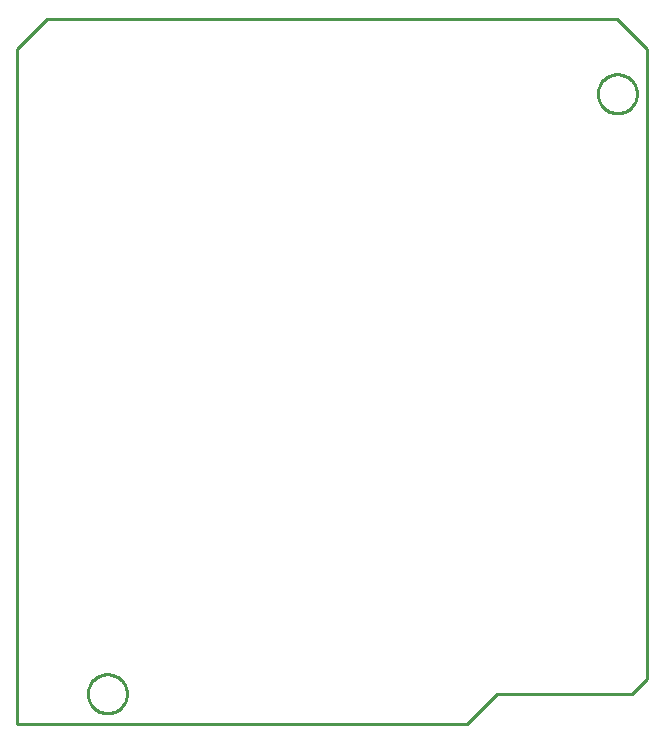
<source format=gbr>
G04 EAGLE Gerber RS-274X export*
G75*
%MOMM*%
%FSLAX34Y34*%
%LPD*%
%IN*%
%IPPOS*%
%AMOC8*
5,1,8,0,0,1.08239X$1,22.5*%
G01*
%ADD10C,0.254000*%


D10*
X0Y0D02*
X381000Y0D01*
X406400Y25400D01*
X520700Y25400D01*
X533400Y38100D01*
X533400Y571500D01*
X508000Y596900D01*
X25400Y596900D01*
X0Y571500D01*
X0Y25400D01*
X0Y0D01*
X59690Y25940D02*
X59761Y27019D01*
X59902Y28091D01*
X60113Y29151D01*
X60392Y30195D01*
X60740Y31219D01*
X61154Y32217D01*
X61632Y33187D01*
X62172Y34123D01*
X62773Y35022D01*
X63431Y35879D01*
X64144Y36692D01*
X64908Y37457D01*
X65721Y38169D01*
X66578Y38827D01*
X67477Y39428D01*
X68413Y39968D01*
X69383Y40446D01*
X70381Y40860D01*
X71405Y41208D01*
X72449Y41487D01*
X73509Y41698D01*
X74581Y41839D01*
X75660Y41910D01*
X76740Y41910D01*
X77819Y41839D01*
X78891Y41698D01*
X79951Y41487D01*
X80995Y41208D01*
X82019Y40860D01*
X83017Y40446D01*
X83987Y39968D01*
X84923Y39428D01*
X85822Y38827D01*
X86679Y38169D01*
X87492Y37457D01*
X88257Y36692D01*
X88969Y35879D01*
X89627Y35022D01*
X90228Y34123D01*
X90768Y33187D01*
X91246Y32217D01*
X91660Y31219D01*
X92008Y30195D01*
X92287Y29151D01*
X92498Y28091D01*
X92639Y27019D01*
X92710Y25940D01*
X92710Y24860D01*
X92639Y23781D01*
X92498Y22709D01*
X92287Y21649D01*
X92008Y20605D01*
X91660Y19581D01*
X91246Y18583D01*
X90768Y17613D01*
X90228Y16677D01*
X89627Y15778D01*
X88969Y14921D01*
X88257Y14108D01*
X87492Y13344D01*
X86679Y12631D01*
X85822Y11973D01*
X84923Y11372D01*
X83987Y10832D01*
X83017Y10354D01*
X82019Y9940D01*
X80995Y9592D01*
X79951Y9313D01*
X78891Y9102D01*
X77819Y8961D01*
X76740Y8890D01*
X75660Y8890D01*
X74581Y8961D01*
X73509Y9102D01*
X72449Y9313D01*
X71405Y9592D01*
X70381Y9940D01*
X69383Y10354D01*
X68413Y10832D01*
X67477Y11372D01*
X66578Y11973D01*
X65721Y12631D01*
X64908Y13344D01*
X64144Y14108D01*
X63431Y14921D01*
X62773Y15778D01*
X62172Y16677D01*
X61632Y17613D01*
X61154Y18583D01*
X60740Y19581D01*
X60392Y20605D01*
X60113Y21649D01*
X59902Y22709D01*
X59761Y23781D01*
X59690Y24860D01*
X59690Y25940D01*
X491490Y533940D02*
X491561Y535019D01*
X491702Y536091D01*
X491913Y537151D01*
X492192Y538195D01*
X492540Y539219D01*
X492954Y540217D01*
X493432Y541187D01*
X493972Y542123D01*
X494573Y543022D01*
X495231Y543879D01*
X495944Y544692D01*
X496708Y545457D01*
X497521Y546169D01*
X498378Y546827D01*
X499277Y547428D01*
X500213Y547968D01*
X501183Y548446D01*
X502181Y548860D01*
X503205Y549208D01*
X504249Y549487D01*
X505309Y549698D01*
X506381Y549839D01*
X507460Y549910D01*
X508540Y549910D01*
X509619Y549839D01*
X510691Y549698D01*
X511751Y549487D01*
X512795Y549208D01*
X513819Y548860D01*
X514817Y548446D01*
X515787Y547968D01*
X516723Y547428D01*
X517622Y546827D01*
X518479Y546169D01*
X519292Y545457D01*
X520057Y544692D01*
X520769Y543879D01*
X521427Y543022D01*
X522028Y542123D01*
X522568Y541187D01*
X523046Y540217D01*
X523460Y539219D01*
X523808Y538195D01*
X524087Y537151D01*
X524298Y536091D01*
X524439Y535019D01*
X524510Y533940D01*
X524510Y532860D01*
X524439Y531781D01*
X524298Y530709D01*
X524087Y529649D01*
X523808Y528605D01*
X523460Y527581D01*
X523046Y526583D01*
X522568Y525613D01*
X522028Y524677D01*
X521427Y523778D01*
X520769Y522921D01*
X520057Y522108D01*
X519292Y521344D01*
X518479Y520631D01*
X517622Y519973D01*
X516723Y519372D01*
X515787Y518832D01*
X514817Y518354D01*
X513819Y517940D01*
X512795Y517592D01*
X511751Y517313D01*
X510691Y517102D01*
X509619Y516961D01*
X508540Y516890D01*
X507460Y516890D01*
X506381Y516961D01*
X505309Y517102D01*
X504249Y517313D01*
X503205Y517592D01*
X502181Y517940D01*
X501183Y518354D01*
X500213Y518832D01*
X499277Y519372D01*
X498378Y519973D01*
X497521Y520631D01*
X496708Y521344D01*
X495944Y522108D01*
X495231Y522921D01*
X494573Y523778D01*
X493972Y524677D01*
X493432Y525613D01*
X492954Y526583D01*
X492540Y527581D01*
X492192Y528605D01*
X491913Y529649D01*
X491702Y530709D01*
X491561Y531781D01*
X491490Y532860D01*
X491490Y533940D01*
M02*

</source>
